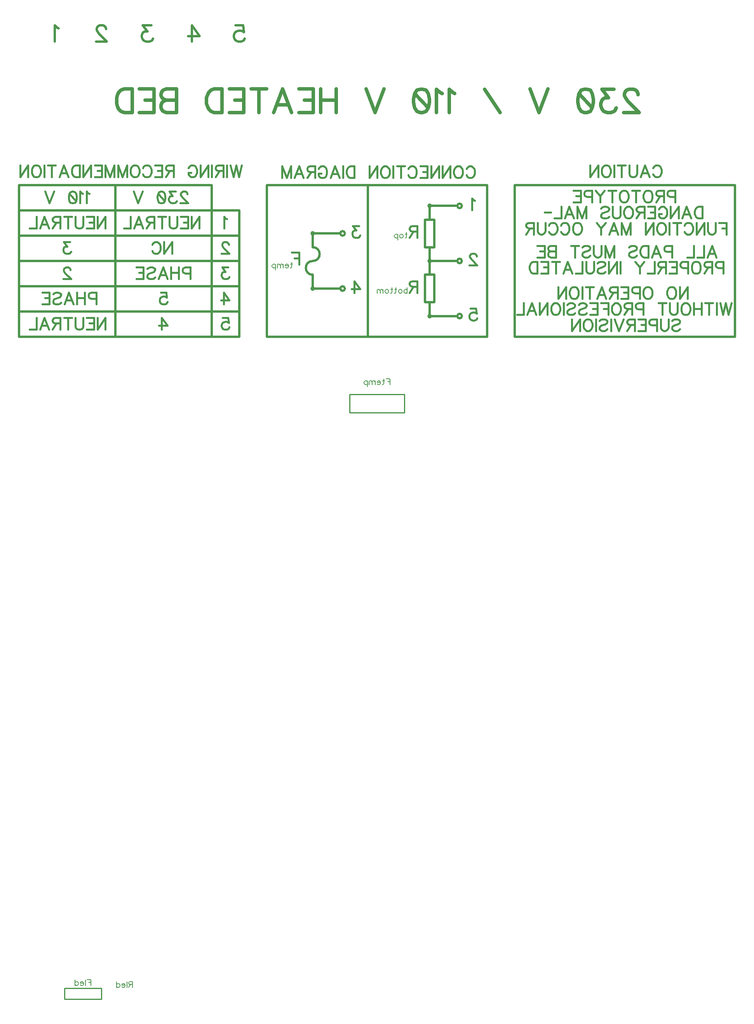
<source format=gbo>
G04 DipTrace 2.4.0.2*
%INBOTTOM_SILK.GBO*%
%MOIN*%
%ADD10C,0.0098*%
%ADD15C,0.0197*%
%ADD16C,0.0394*%
%ADD17C,0.0*%
%ADD37C,0.0077*%
%ADD38C,0.0309*%
%ADD39C,0.0216*%
%ADD40C,0.0154*%
%FSLAX44Y44*%
G04*
G70*
G90*
G75*
G01*
%LNBotSilk*%
%LPD*%
X22413Y4854D2*
D10*
X19263D1*
Y5783D1*
X22413D1*
Y4854D1*
X48428Y55121D2*
X43704D1*
Y56696D1*
X48428D1*
Y55121D1*
X30060Y62466D2*
D17*
X57877Y74609D2*
D15*
X76775D1*
Y61617D1*
X57877D1*
Y74609D1*
X50200Y71657D2*
X50987D1*
Y69294D1*
X50200D1*
Y71657D1*
Y66932D2*
X50987D1*
Y64570D1*
X50200D1*
Y66932D1*
X50594Y71657D2*
Y72838D1*
X52956D1*
X50594Y69294D2*
Y66932D1*
Y68113D2*
X52956D1*
X50594Y64570D2*
Y63389D1*
X52956D1*
Y72838D2*
G02X52956Y72838I197J0D01*
G01*
Y68113D2*
G02X52956Y68113I197J0D01*
G01*
D16*
X50594D3*
X52956Y63389D2*
D15*
G02X52956Y63389I197J0D01*
G01*
X40554Y66932D2*
Y65751D1*
X42917D1*
X45279Y74609D2*
X55515D1*
Y61617D1*
X45279D1*
Y74609D1*
X42917Y70476D2*
G02X42917Y70476I197J0D01*
G01*
D16*
X40554D3*
Y69294D2*
D15*
G02X40554Y68113I0J-591D01*
G01*
G03X40554Y66932I0J-591D01*
G01*
D16*
X50594Y63389D3*
Y72838D3*
X42917Y65751D2*
D15*
G02X42917Y65751I197J0D01*
G01*
D16*
X40554D3*
X23625Y74609D2*
D15*
X31893D1*
Y72444D1*
X23625D1*
Y74609D1*
X15357D2*
X23625D1*
Y72444D1*
X15357D1*
Y74609D1*
X31893Y72444D2*
X34255D1*
Y70279D1*
X31893D1*
Y72444D1*
Y70279D2*
X34255D1*
Y68113D1*
X31893D1*
Y70279D1*
Y68113D2*
X34255D1*
Y65948D1*
X31893D1*
Y68113D1*
Y65948D2*
X34255D1*
Y63783D1*
X31893D1*
Y65948D1*
Y63783D2*
X34255D1*
Y61617D1*
X31893D1*
Y63783D1*
X23625Y72444D2*
X31893D1*
Y70279D1*
X23625D1*
Y72444D1*
X15357D2*
X23625D1*
Y70279D1*
X15357D1*
Y72444D1*
X23625Y70279D2*
X31893D1*
Y68113D1*
X23625D1*
Y70279D1*
X15357D2*
X23625D1*
Y68113D1*
X15357D1*
Y70279D1*
X23625Y68113D2*
X31893D1*
Y65948D1*
X23625D1*
Y68113D1*
X15357D2*
X23625D1*
Y65948D1*
X15357D1*
Y68113D1*
X23625Y65948D2*
X31893D1*
Y63783D1*
X23625D1*
Y65948D1*
X15357D2*
X23625D1*
Y63783D1*
X15357D1*
Y65948D1*
X23625Y63783D2*
X31893D1*
Y61617D1*
X23625D1*
Y63783D1*
X15357D2*
X23625D1*
Y61617D1*
X15357D1*
Y63783D1*
X40554Y69294D2*
Y70476D1*
X42917D1*
X36617Y74609D2*
X45279D1*
Y61617D1*
X36617D1*
Y74609D1*
X21201Y6515D2*
D37*
X21512D1*
Y6013D1*
Y6276D2*
X21321D1*
X21046Y6515D2*
Y6013D1*
X20892Y6204D2*
X20605D1*
Y6252D1*
X20629Y6300D1*
X20653Y6324D1*
X20701Y6347D1*
X20772D1*
X20820Y6324D1*
X20868Y6276D1*
X20892Y6204D1*
Y6156D1*
X20868Y6084D1*
X20820Y6037D1*
X20772Y6013D1*
X20701D1*
X20653Y6037D1*
X20605Y6084D1*
X20164Y6515D2*
Y6013D1*
Y6276D2*
X20211Y6324D1*
X20259Y6347D1*
X20331D1*
X20379Y6324D1*
X20427Y6276D1*
X20451Y6204D1*
Y6156D1*
X20427Y6084D1*
X20379Y6037D1*
X20331Y6013D1*
X20259D1*
X20211Y6037D1*
X20164Y6084D1*
X46865Y58019D2*
X47177D1*
Y57516D1*
Y57780D2*
X46985D1*
X46639Y58019D2*
Y57612D1*
X46615Y57541D1*
X46567Y57516D1*
X46520D1*
X46711Y57851D2*
X46544D1*
X46365Y57708D2*
X46079D1*
Y57756D1*
X46102Y57804D1*
X46126Y57828D1*
X46174Y57851D1*
X46246D1*
X46294Y57828D1*
X46342Y57780D1*
X46365Y57708D1*
Y57660D1*
X46342Y57588D1*
X46294Y57541D1*
X46246Y57516D1*
X46174D1*
X46126Y57541D1*
X46079Y57588D1*
X45924Y57851D2*
Y57516D1*
Y57756D2*
X45852Y57828D1*
X45804Y57851D1*
X45733D1*
X45685Y57828D1*
X45661Y57756D1*
Y57516D1*
Y57756D2*
X45589Y57828D1*
X45541Y57851D1*
X45470D1*
X45422Y57828D1*
X45397Y57756D1*
Y57516D1*
X45243Y57851D2*
Y57349D1*
Y57780D2*
X45195Y57827D1*
X45147Y57851D1*
X45076D1*
X45028Y57827D1*
X44980Y57780D1*
X44956Y57708D1*
Y57660D1*
X44980Y57588D1*
X45028Y57540D1*
X45076Y57516D1*
X45147D1*
X45195Y57540D1*
X45243Y57588D1*
X25099Y6106D2*
X24884D1*
X24812Y6131D1*
X24787Y6154D1*
X24764Y6202D1*
Y6250D1*
X24787Y6298D1*
X24812Y6322D1*
X24884Y6346D1*
X25099D1*
Y5843D1*
X24931Y6106D2*
X24764Y5843D1*
X24609Y6346D2*
Y5843D1*
X24455Y6034D2*
X24168D1*
Y6083D1*
X24192Y6131D1*
X24215Y6154D1*
X24264Y6178D1*
X24335D1*
X24383Y6154D1*
X24431Y6106D1*
X24455Y6034D1*
Y5987D1*
X24431Y5915D1*
X24383Y5868D1*
X24335Y5843D1*
X24264D1*
X24215Y5868D1*
X24168Y5915D1*
X23727Y6346D2*
Y5843D1*
Y6106D2*
X23774Y6154D1*
X23822Y6178D1*
X23894D1*
X23942Y6154D1*
X23990Y6106D1*
X24014Y6034D1*
Y5987D1*
X23990Y5915D1*
X23942Y5868D1*
X23894Y5843D1*
X23822D1*
X23774Y5868D1*
X23727Y5915D1*
X68444Y82387D2*
D38*
Y82482D1*
X68349Y82674D1*
X68254Y82769D1*
X68062Y82864D1*
X67679D1*
X67489Y82769D1*
X67394Y82674D1*
X67297Y82482D1*
Y82292D1*
X67394Y82099D1*
X67584Y81814D1*
X68541Y80857D1*
X67202D1*
X66392Y82864D2*
X65342D1*
X65914Y82099D1*
X65627D1*
X65437Y82004D1*
X65342Y81909D1*
X65244Y81622D1*
Y81432D1*
X65342Y81144D1*
X65532Y80952D1*
X65819Y80857D1*
X66106D1*
X66392Y80952D1*
X66487Y81049D1*
X66584Y81239D1*
X64052Y82864D2*
X64339Y82769D1*
X64532Y82482D1*
X64627Y82004D1*
Y81717D1*
X64532Y81239D1*
X64339Y80952D1*
X64052Y80857D1*
X63862D1*
X63574Y80952D1*
X63384Y81239D1*
X63287Y81717D1*
Y82004D1*
X63384Y82482D1*
X63574Y82769D1*
X63862Y82864D1*
X64052D1*
X63384Y82482D2*
X64532Y81239D1*
X60725Y82867D2*
X59960Y80857D1*
X59195Y82867D1*
X56634Y80857D2*
X55294Y82864D1*
X52733Y82482D2*
X52540Y82579D1*
X52253Y82864D1*
Y80857D1*
X51635Y82482D2*
X51443Y82579D1*
X51155Y82864D1*
Y80857D1*
X49963Y82864D2*
X50251Y82769D1*
X50443Y82482D1*
X50538Y82004D1*
Y81717D1*
X50443Y81239D1*
X50251Y80952D1*
X49963Y80857D1*
X49773D1*
X49486Y80952D1*
X49295Y81239D1*
X49198Y81717D1*
Y82004D1*
X49295Y82482D1*
X49486Y82769D1*
X49773Y82864D1*
X49963D1*
X49295Y82482D2*
X50443Y81239D1*
X46637Y82867D2*
X45872Y80857D1*
X45107Y82867D1*
X42545D2*
Y80857D1*
X41205Y82867D2*
Y80857D1*
X42545Y81909D2*
X41205D1*
X39345Y82867D2*
X40588D1*
Y80857D1*
X39345D1*
X40588Y81909D2*
X39823D1*
X37196Y80857D2*
X37963Y82867D1*
X38728Y80857D1*
X38440Y81527D2*
X37483D1*
X35908Y82867D2*
Y80857D1*
X36578Y82867D2*
X35238D1*
X33378D2*
X34621D1*
Y80857D1*
X33378D1*
X34621Y81909D2*
X33856D1*
X32761Y82867D2*
Y80857D1*
X32091D1*
X31804Y80954D1*
X31611Y81144D1*
X31516Y81337D1*
X31421Y81622D1*
Y82102D1*
X31516Y82389D1*
X31611Y82579D1*
X31804Y82771D1*
X32091Y82867D1*
X32761D1*
X28859D2*
Y80857D1*
X27997D1*
X27710Y80954D1*
X27615Y81049D1*
X27520Y81239D1*
Y81527D1*
X27615Y81719D1*
X27710Y81814D1*
X27997Y81909D1*
X27710Y82007D1*
X27615Y82102D1*
X27520Y82292D1*
Y82484D1*
X27615Y82674D1*
X27710Y82771D1*
X27997Y82867D1*
X28859D1*
Y81909D2*
X27997D1*
X25660Y82867D2*
X26902D1*
Y80857D1*
X25660D1*
X26902Y81909D2*
X26137D1*
X25042Y82867D2*
Y80857D1*
X24372D1*
X24085Y80954D1*
X23893Y81144D1*
X23797Y81337D1*
X23702Y81622D1*
Y82102D1*
X23797Y82389D1*
X23893Y82579D1*
X24085Y82771D1*
X24372Y82867D1*
X25042D1*
X18754Y88039D2*
D39*
X18619Y88107D1*
X18418Y88306D1*
Y86901D1*
X22831Y87972D2*
Y88039D1*
X22765Y88173D1*
X22698Y88240D1*
X22564Y88306D1*
X22296D1*
X22163Y88240D1*
X22096Y88173D1*
X22028Y88039D1*
Y87905D1*
X22096Y87771D1*
X22229Y87571D1*
X22899Y86901D1*
X21962D1*
X26702Y88306D2*
X25967D1*
X26368Y87771D1*
X26166D1*
X26033Y87704D1*
X25967Y87638D1*
X25899Y87437D1*
Y87303D1*
X25967Y87102D1*
X26100Y86968D1*
X26301Y86901D1*
X26502D1*
X26702Y86968D1*
X26768Y87036D1*
X26836Y87169D1*
X30170Y86901D2*
Y88306D1*
X30840Y87370D1*
X29836D1*
X33907Y88306D2*
X34576D1*
X34642Y87704D1*
X34576Y87771D1*
X34375Y87839D1*
X34175D1*
X33974Y87771D1*
X33839Y87638D1*
X33773Y87437D1*
Y87303D1*
X33839Y87102D1*
X33974Y86968D1*
X34175Y86901D1*
X34375D1*
X34576Y86968D1*
X34642Y87036D1*
X34710Y87169D1*
X33194Y71716D2*
D40*
X33097Y71764D1*
X32954Y71907D1*
Y70903D1*
X48592Y70580D2*
D37*
Y70173D1*
X48568Y70102D1*
X48520Y70078D1*
X48473D1*
X48664Y70413D2*
X48496D1*
X48199D2*
X48246Y70389D1*
X48294Y70341D1*
X48318Y70269D1*
Y70221D1*
X48294Y70149D1*
X48246Y70102D1*
X48199Y70078D1*
X48127D1*
X48079Y70102D1*
X48031Y70149D1*
X48007Y70221D1*
Y70269D1*
X48031Y70341D1*
X48079Y70389D1*
X48127Y70413D1*
X48199D1*
X47853D2*
Y69910D1*
Y70341D2*
X47805Y70388D1*
X47757Y70413D1*
X47685D1*
X47637Y70388D1*
X47590Y70341D1*
X47565Y70269D1*
Y70221D1*
X47590Y70149D1*
X47637Y70101D1*
X47685Y70078D1*
X47757D1*
X47805Y70101D1*
X47853Y70149D1*
X54454Y73291D2*
D40*
X54357Y73339D1*
X54214Y73482D1*
Y72478D1*
X54602Y68519D2*
Y68566D1*
X54554Y68662D1*
X54507Y68710D1*
X54410Y68757D1*
X54219D1*
X54124Y68710D1*
X54077Y68662D1*
X54028Y68566D1*
Y68471D1*
X54077Y68375D1*
X54172Y68232D1*
X54650Y67754D1*
X53980D1*
X54077Y64033D2*
X54554D1*
X54602Y63603D1*
X54554Y63650D1*
X54410Y63699D1*
X54268D1*
X54124Y63650D1*
X54028Y63555D1*
X53980Y63412D1*
Y63317D1*
X54028Y63173D1*
X54124Y63077D1*
X54268Y63029D1*
X54410D1*
X54554Y63077D1*
X54602Y63125D1*
X54650Y63220D1*
X44515Y71120D2*
X43990D1*
X44276Y70737D1*
X44132D1*
X44037Y70690D1*
X43990Y70642D1*
X43941Y70498D1*
Y70403D1*
X43990Y70260D1*
X44085Y70163D1*
X44229Y70116D1*
X44372D1*
X44515Y70163D1*
X44562Y70212D1*
X44611Y70307D1*
X44132Y65391D2*
Y66395D1*
X44611Y65726D1*
X43894D1*
X33342Y69503D2*
Y69550D1*
X33294Y69647D1*
X33247Y69694D1*
X33151Y69742D1*
X32959D1*
X32864Y69694D1*
X32817Y69647D1*
X32768Y69550D1*
Y69455D1*
X32817Y69359D1*
X32912Y69217D1*
X33391Y68738D1*
X32721D1*
X33294Y67576D2*
X32769D1*
X33056Y67194D1*
X32912D1*
X32817Y67146D1*
X32769Y67099D1*
X32721Y66955D1*
Y66860D1*
X32769Y66716D1*
X32864Y66620D1*
X33008Y66573D1*
X33152D1*
X33294Y66620D1*
X33342Y66669D1*
X33391Y66764D1*
X32912Y64407D2*
Y65411D1*
X33391Y64742D1*
X32673D1*
X32817Y63246D2*
X33294D1*
X33342Y62816D1*
X33294Y62863D1*
X33151Y62912D1*
X33008D1*
X32864Y62863D1*
X32768Y62768D1*
X32721Y62624D1*
Y62529D1*
X32768Y62386D1*
X32864Y62289D1*
X33008Y62242D1*
X33151D1*
X33294Y62289D1*
X33342Y62338D1*
X33391Y62433D1*
X30162Y71908D2*
Y70903D1*
X30831Y71908D1*
Y70903D1*
X29232Y71908D2*
X29853D1*
Y70903D1*
X29232D1*
X29853Y71429D2*
X29470D1*
X28923Y71908D2*
Y71191D1*
X28875Y71047D1*
X28779Y70952D1*
X28635Y70903D1*
X28540D1*
X28397Y70952D1*
X28300Y71047D1*
X28253Y71191D1*
Y71908D1*
X27609D2*
Y70903D1*
X27944Y71908D2*
X27274D1*
X26965Y71429D2*
X26535D1*
X26392Y71478D1*
X26343Y71526D1*
X26296Y71621D1*
Y71717D1*
X26343Y71812D1*
X26392Y71861D1*
X26535Y71908D1*
X26965D1*
Y70903D1*
X26631Y71429D2*
X26296Y70903D1*
X25221D2*
X25604Y71908D1*
X25987Y70903D1*
X25843Y71238D2*
X25365D1*
X24912Y71908D2*
Y70903D1*
X24338D1*
X30044Y67051D2*
X29613D1*
X29470Y67099D1*
X29422Y67147D1*
X29374Y67242D1*
Y67386D1*
X29422Y67481D1*
X29470Y67530D1*
X29613Y67577D1*
X30044D1*
Y66573D1*
X29065Y67577D2*
Y66573D1*
X28396Y67577D2*
Y66573D1*
X29065Y67099D2*
X28396D1*
X27321Y66573D2*
X27704Y67577D1*
X28087Y66573D1*
X27943Y66907D2*
X27464D1*
X26342Y67434D2*
X26437Y67530D1*
X26581Y67577D1*
X26772D1*
X26916Y67530D1*
X27012Y67434D1*
Y67339D1*
X26963Y67242D1*
X26916Y67195D1*
X26821Y67147D1*
X26533Y67051D1*
X26437Y67004D1*
X26390Y66955D1*
X26342Y66860D1*
Y66716D1*
X26437Y66621D1*
X26581Y66573D1*
X26772D1*
X26916Y66621D1*
X27012Y66716D1*
X25412Y67577D2*
X26033D1*
Y66573D1*
X25412D1*
X26033Y67099D2*
X25651D1*
X29799Y73834D2*
Y73881D1*
X29751Y73977D1*
X29704Y74025D1*
X29607Y74072D1*
X29416D1*
X29321Y74025D1*
X29274Y73977D1*
X29225Y73881D1*
Y73786D1*
X29274Y73690D1*
X29369Y73547D1*
X29847Y73069D1*
X29177D1*
X28772Y74072D2*
X28247D1*
X28534Y73690D1*
X28390D1*
X28295Y73642D1*
X28247Y73595D1*
X28199Y73451D1*
Y73356D1*
X28247Y73212D1*
X28342Y73116D1*
X28486Y73069D1*
X28630D1*
X28772Y73116D1*
X28820Y73165D1*
X28869Y73260D1*
X27603Y74072D2*
X27746Y74025D1*
X27842Y73881D1*
X27890Y73642D1*
Y73499D1*
X27842Y73260D1*
X27746Y73116D1*
X27603Y73069D1*
X27507D1*
X27364Y73116D1*
X27269Y73260D1*
X27220Y73499D1*
Y73642D1*
X27269Y73881D1*
X27364Y74025D1*
X27507Y74072D1*
X27603D1*
X27269Y73881D2*
X27842Y73260D1*
X25939Y74073D2*
X25557Y73069D1*
X25174Y74073D1*
X21383Y73881D2*
X21286Y73930D1*
X21143Y74072D1*
Y73069D1*
X20834Y73881D2*
X20738Y73930D1*
X20594Y74072D1*
Y73069D1*
X19998Y74072D2*
X20142Y74025D1*
X20238Y73881D1*
X20285Y73642D1*
Y73499D1*
X20238Y73260D1*
X20142Y73116D1*
X19998Y73069D1*
X19903D1*
X19759Y73116D1*
X19664Y73260D1*
X19615Y73499D1*
Y73642D1*
X19664Y73881D1*
X19759Y74025D1*
X19903Y74072D1*
X19998D1*
X19664Y73881D2*
X20238Y73260D1*
X18335Y74073D2*
X17952Y73069D1*
X17570Y74073D1*
X22091Y63247D2*
Y62242D1*
X22761Y63247D1*
Y62242D1*
X21161Y63247D2*
X21782D1*
Y62242D1*
X21161D1*
X21782Y62768D2*
X21399D1*
X20852Y63247D2*
Y62529D1*
X20804Y62386D1*
X20708Y62290D1*
X20565Y62242D1*
X20469D1*
X20326Y62290D1*
X20230Y62386D1*
X20182Y62529D1*
Y63247D1*
X19538D2*
Y62242D1*
X19873Y63247D2*
X19203D1*
X18895Y62768D2*
X18465D1*
X18321Y62817D1*
X18272Y62864D1*
X18225Y62959D1*
Y63055D1*
X18272Y63150D1*
X18321Y63199D1*
X18465Y63247D1*
X18895D1*
Y62242D1*
X18560Y62768D2*
X18225Y62242D1*
X17150D2*
X17534Y63247D1*
X17916Y62242D1*
X17772Y62577D2*
X17294D1*
X16841Y63247D2*
Y62242D1*
X16267D1*
X27502Y65411D2*
X27979D1*
X28027Y64981D1*
X27979Y65028D1*
X27836Y65077D1*
X27693D1*
X27549Y65028D1*
X27453Y64933D1*
X27406Y64790D1*
Y64695D1*
X27453Y64551D1*
X27549Y64455D1*
X27693Y64407D1*
X27836D1*
X27979Y64455D1*
X28027Y64503D1*
X28076Y64598D1*
X27799Y69743D2*
Y68738D1*
X28469Y69743D1*
Y68738D1*
X26773Y69504D2*
X26821Y69599D1*
X26917Y69695D1*
X27012Y69743D1*
X27203D1*
X27299Y69695D1*
X27394Y69599D1*
X27443Y69504D1*
X27491Y69360D1*
Y69120D1*
X27443Y68978D1*
X27394Y68882D1*
X27299Y68787D1*
X27203Y68738D1*
X27012D1*
X26917Y68787D1*
X26821Y68882D1*
X26773Y68978D1*
X22091Y71908D2*
Y70903D1*
X22761Y71908D1*
Y70903D1*
X21161Y71908D2*
X21782D1*
Y70903D1*
X21161D1*
X21782Y71429D2*
X21399D1*
X20852Y71908D2*
Y71191D1*
X20804Y71047D1*
X20708Y70952D1*
X20565Y70903D1*
X20469D1*
X20326Y70952D1*
X20230Y71047D1*
X20182Y71191D1*
Y71908D1*
X19538D2*
Y70903D1*
X19873Y71908D2*
X19203D1*
X18895Y71429D2*
X18465D1*
X18321Y71478D1*
X18272Y71526D1*
X18225Y71621D1*
Y71717D1*
X18272Y71812D1*
X18321Y71861D1*
X18465Y71908D1*
X18895D1*
Y70903D1*
X18560Y71429D2*
X18225Y70903D1*
X17150D2*
X17534Y71908D1*
X17916Y70903D1*
X17772Y71238D2*
X17294D1*
X16841Y71908D2*
Y70903D1*
X16267D1*
X19712Y69742D2*
X19187D1*
X19473Y69359D1*
X19329D1*
X19234Y69312D1*
X19187Y69264D1*
X19138Y69120D1*
Y69025D1*
X19187Y68882D1*
X19282Y68785D1*
X19425Y68738D1*
X19569D1*
X19712Y68785D1*
X19759Y68834D1*
X19808Y68929D1*
X21973Y64886D2*
X21542D1*
X21399Y64933D1*
X21351Y64982D1*
X21303Y65077D1*
Y65221D1*
X21351Y65316D1*
X21399Y65364D1*
X21542Y65412D1*
X21973D1*
Y64407D1*
X20995Y65412D2*
Y64407D1*
X20325Y65412D2*
Y64407D1*
X20995Y64933D2*
X20325D1*
X19250Y64407D2*
X19633Y65412D1*
X20016Y64407D1*
X19872Y64742D2*
X19394D1*
X18271Y65268D2*
X18366Y65364D1*
X18510Y65412D1*
X18701D1*
X18845Y65364D1*
X18941Y65268D1*
Y65173D1*
X18892Y65077D1*
X18845Y65030D1*
X18750Y64982D1*
X18462Y64886D1*
X18366Y64838D1*
X18319Y64790D1*
X18271Y64695D1*
Y64551D1*
X18366Y64456D1*
X18510Y64407D1*
X18701D1*
X18845Y64456D1*
X18941Y64551D1*
X17341Y65412D2*
X17962D1*
Y64407D1*
X17341D1*
X17962Y64933D2*
X17580D1*
X34452Y76316D2*
X34212Y75311D1*
X33973Y76316D1*
X33735Y75311D1*
X33495Y76316D1*
X33186D2*
Y75311D1*
X32877Y75837D2*
X32447D1*
X32303Y75886D1*
X32255Y75934D1*
X32207Y76029D1*
Y76125D1*
X32255Y76220D1*
X32303Y76268D1*
X32447Y76316D1*
X32877D1*
Y75311D1*
X32542Y75837D2*
X32207Y75311D1*
X31898Y76316D2*
Y75311D1*
X30920Y76316D2*
Y75311D1*
X31590Y76316D1*
Y75311D1*
X29894Y76077D2*
X29941Y76172D1*
X30037Y76268D1*
X30132Y76316D1*
X30324D1*
X30420Y76268D1*
X30515Y76172D1*
X30564Y76077D1*
X30611Y75934D1*
Y75694D1*
X30564Y75551D1*
X30515Y75455D1*
X30420Y75360D1*
X30324Y75311D1*
X30132D1*
X30037Y75360D1*
X29941Y75455D1*
X29894Y75551D1*
Y75694D1*
X30132D1*
X28613Y75837D2*
X28183D1*
X28039Y75886D1*
X27991Y75934D1*
X27943Y76029D1*
Y76125D1*
X27991Y76220D1*
X28039Y76268D1*
X28183Y76316D1*
X28613D1*
Y75311D1*
X28278Y75837D2*
X27943Y75311D1*
X27013Y76316D2*
X27634D1*
Y75311D1*
X27013D1*
X27634Y75837D2*
X27252D1*
X25987Y76077D2*
X26034Y76172D1*
X26130Y76268D1*
X26226Y76316D1*
X26417D1*
X26513Y76268D1*
X26608Y76172D1*
X26657Y76077D1*
X26704Y75934D1*
Y75694D1*
X26657Y75551D1*
X26608Y75455D1*
X26513Y75360D1*
X26417Y75311D1*
X26226D1*
X26130Y75360D1*
X26034Y75455D1*
X25987Y75551D1*
X25391Y76316D2*
X25487Y76268D1*
X25582Y76172D1*
X25630Y76077D1*
X25678Y75934D1*
Y75694D1*
X25630Y75551D1*
X25582Y75455D1*
X25487Y75360D1*
X25391Y75311D1*
X25199D1*
X25104Y75360D1*
X25008Y75455D1*
X24961Y75551D1*
X24913Y75694D1*
Y75934D1*
X24961Y76077D1*
X25008Y76172D1*
X25104Y76268D1*
X25199Y76316D1*
X25391D1*
X23839Y75311D2*
Y76316D1*
X24222Y75311D1*
X24604Y76316D1*
Y75311D1*
X22766D2*
Y76316D1*
X23148Y75311D1*
X23531Y76316D1*
Y75311D1*
X21836Y76316D2*
X22457D1*
Y75311D1*
X21836D1*
X22457Y75837D2*
X22074D1*
X20857Y76316D2*
Y75311D1*
X21527Y76316D1*
Y75311D1*
X20548Y76316D2*
Y75311D1*
X20213D1*
X20070Y75360D1*
X19973Y75455D1*
X19926Y75551D1*
X19878Y75694D1*
Y75934D1*
X19926Y76077D1*
X19973Y76172D1*
X20070Y76268D1*
X20213Y76316D1*
X20548D1*
X18803Y75311D2*
X19187Y76316D1*
X19570Y75311D1*
X19426Y75646D2*
X18947D1*
X18160Y76316D2*
Y75311D1*
X18495Y76316D2*
X17825D1*
X17516D2*
Y75311D1*
X16920Y76316D2*
X17016Y76268D1*
X17111Y76172D1*
X17160Y76077D1*
X17207Y75934D1*
Y75694D1*
X17160Y75551D1*
X17111Y75455D1*
X17016Y75360D1*
X16920Y75311D1*
X16729D1*
X16634Y75360D1*
X16537Y75455D1*
X16490Y75551D1*
X16442Y75694D1*
Y75934D1*
X16490Y76077D1*
X16537Y76172D1*
X16634Y76268D1*
X16729Y76316D1*
X16920D1*
X15464D2*
Y75311D1*
X16134Y76316D1*
Y75311D1*
X53736Y76000D2*
X53784Y76095D1*
X53880Y76191D1*
X53975Y76239D1*
X54166D1*
X54262Y76191D1*
X54357Y76095D1*
X54406Y76000D1*
X54454Y75856D1*
Y75616D1*
X54406Y75474D1*
X54357Y75378D1*
X54262Y75283D1*
X54166Y75234D1*
X53975D1*
X53880Y75283D1*
X53784Y75378D1*
X53736Y75474D1*
X53140Y76239D2*
X53236Y76191D1*
X53331Y76095D1*
X53380Y76000D1*
X53427Y75856D1*
Y75616D1*
X53380Y75474D1*
X53331Y75378D1*
X53236Y75283D1*
X53140Y75234D1*
X52949D1*
X52854Y75283D1*
X52757Y75378D1*
X52710Y75474D1*
X52662Y75616D1*
Y75856D1*
X52710Y76000D1*
X52757Y76095D1*
X52854Y76191D1*
X52949Y76239D1*
X53140D1*
X51684D2*
Y75234D1*
X52354Y76239D1*
Y75234D1*
X50705Y76239D2*
Y75234D1*
X51375Y76239D1*
Y75234D1*
X49775Y76239D2*
X50396D1*
Y75234D1*
X49775D1*
X50396Y75760D2*
X50014D1*
X48749Y76000D2*
X48796Y76095D1*
X48893Y76191D1*
X48988Y76239D1*
X49179D1*
X49275Y76191D1*
X49370Y76095D1*
X49419Y76000D1*
X49466Y75856D1*
Y75616D1*
X49419Y75474D1*
X49370Y75378D1*
X49275Y75283D1*
X49179Y75234D1*
X48988D1*
X48893Y75283D1*
X48796Y75378D1*
X48749Y75474D1*
X48105Y76239D2*
Y75234D1*
X48440Y76239D2*
X47770D1*
X47461D2*
Y75234D1*
X46865Y76239D2*
X46961Y76191D1*
X47057Y76095D1*
X47105Y76000D1*
X47153Y75856D1*
Y75616D1*
X47105Y75474D1*
X47057Y75378D1*
X46961Y75283D1*
X46865Y75234D1*
X46674D1*
X46579Y75283D1*
X46483Y75378D1*
X46435Y75474D1*
X46388Y75616D1*
Y75856D1*
X46435Y76000D1*
X46483Y76095D1*
X46579Y76191D1*
X46674Y76239D1*
X46865D1*
X45409D2*
Y75234D1*
X46079Y76239D1*
Y75234D1*
X44128Y76239D2*
Y75234D1*
X43793D1*
X43650Y75283D1*
X43553Y75378D1*
X43506Y75474D1*
X43458Y75616D1*
Y75856D1*
X43506Y76000D1*
X43553Y76095D1*
X43650Y76191D1*
X43793Y76239D1*
X44128D1*
X43150D2*
Y75234D1*
X42075D2*
X42458Y76239D1*
X42841Y75234D1*
X42697Y75569D2*
X42219D1*
X41049Y76000D2*
X41096Y76095D1*
X41192Y76191D1*
X41287Y76239D1*
X41479D1*
X41575Y76191D1*
X41670Y76095D1*
X41719Y76000D1*
X41766Y75856D1*
Y75616D1*
X41719Y75474D1*
X41670Y75378D1*
X41575Y75283D1*
X41479Y75234D1*
X41287D1*
X41192Y75283D1*
X41096Y75378D1*
X41049Y75474D1*
Y75616D1*
X41287D1*
X40740Y75760D2*
X40310D1*
X40166Y75809D1*
X40118Y75856D1*
X40070Y75951D1*
Y76048D1*
X40118Y76143D1*
X40166Y76191D1*
X40310Y76239D1*
X40740D1*
Y75234D1*
X40405Y75760D2*
X40070Y75234D1*
X38995D2*
X39379Y76239D1*
X39761Y75234D1*
X39617Y75569D2*
X39139D1*
X37921Y75234D2*
Y76239D1*
X38304Y75234D1*
X38686Y76239D1*
Y75234D1*
X49532Y70642D2*
X49102D1*
X48959Y70691D1*
X48910Y70738D1*
X48862Y70833D1*
Y70929D1*
X48910Y71024D1*
X48959Y71073D1*
X49102Y71121D1*
X49532D1*
Y70116D1*
X49197Y70642D2*
X48862Y70116D1*
X49532Y65918D2*
X49102D1*
X48959Y65966D1*
X48910Y66014D1*
X48862Y66109D1*
Y66205D1*
X48910Y66300D1*
X48959Y66349D1*
X49102Y66396D1*
X49532D1*
Y65391D1*
X49197Y65918D2*
X48862Y65391D1*
X48664Y65856D2*
D37*
Y65353D1*
Y65616D2*
X48616Y65664D1*
X48568Y65688D1*
X48496D1*
X48449Y65664D1*
X48401Y65616D1*
X48377Y65544D1*
Y65497D1*
X48401Y65425D1*
X48449Y65378D1*
X48496Y65353D1*
X48568D1*
X48616Y65378D1*
X48664Y65425D1*
X48103Y65688D2*
X48151Y65664D1*
X48199Y65616D1*
X48223Y65544D1*
Y65497D1*
X48199Y65425D1*
X48151Y65378D1*
X48103Y65353D1*
X48031D1*
X47983Y65378D1*
X47936Y65425D1*
X47911Y65497D1*
Y65544D1*
X47936Y65616D1*
X47983Y65664D1*
X48031Y65688D1*
X48103D1*
X47685Y65856D2*
Y65449D1*
X47661Y65378D1*
X47613Y65353D1*
X47566D1*
X47757Y65688D2*
X47590D1*
X47340Y65856D2*
Y65449D1*
X47316Y65378D1*
X47268Y65353D1*
X47220D1*
X47411Y65688D2*
X47244D1*
X46946D2*
X46994Y65664D1*
X47042Y65616D1*
X47066Y65544D1*
Y65497D1*
X47042Y65425D1*
X46994Y65378D1*
X46946Y65353D1*
X46875D1*
X46826Y65378D1*
X46779Y65425D1*
X46755Y65497D1*
Y65544D1*
X46779Y65616D1*
X46826Y65664D1*
X46875Y65688D1*
X46946D1*
X46600D2*
Y65353D1*
Y65593D2*
X46528Y65664D1*
X46480Y65688D1*
X46409D1*
X46361Y65664D1*
X46337Y65593D1*
Y65353D1*
Y65593D2*
X46265Y65664D1*
X46217Y65688D1*
X46146D1*
X46098Y65664D1*
X46073Y65593D1*
Y65353D1*
X38751Y68836D2*
D40*
X39373D1*
Y67831D1*
Y68357D2*
X38991D1*
X38749Y68021D2*
D37*
Y67614D1*
X38726Y67543D1*
X38678Y67519D1*
X38630D1*
X38821Y67854D2*
X38654D1*
X38476Y67710D2*
X38189D1*
Y67758D1*
X38213Y67806D1*
X38236Y67830D1*
X38284Y67854D1*
X38356D1*
X38404Y67830D1*
X38452Y67782D1*
X38476Y67710D1*
Y67662D1*
X38452Y67590D1*
X38404Y67543D1*
X38356Y67519D1*
X38284D1*
X38236Y67543D1*
X38189Y67590D1*
X38034Y67854D2*
Y67519D1*
Y67758D2*
X37963Y67830D1*
X37914Y67854D1*
X37843D1*
X37795Y67830D1*
X37771Y67758D1*
Y67519D1*
Y67758D2*
X37699Y67830D1*
X37651Y67854D1*
X37580D1*
X37532Y67830D1*
X37508Y67758D1*
Y67519D1*
X37353Y67854D2*
Y67351D1*
Y67782D2*
X37305Y67829D1*
X37258Y67854D1*
X37186D1*
X37138Y67829D1*
X37090Y67782D1*
X37066Y67710D1*
Y67662D1*
X37090Y67590D1*
X37138Y67542D1*
X37186Y67519D1*
X37258D1*
X37305Y67542D1*
X37353Y67590D1*
X69758Y76077D2*
D40*
X69806Y76172D1*
X69902Y76268D1*
X69997Y76316D1*
X70188D1*
X70284Y76268D1*
X70379Y76172D1*
X70428Y76077D1*
X70476Y75934D1*
Y75694D1*
X70428Y75551D1*
X70379Y75455D1*
X70284Y75360D1*
X70188Y75311D1*
X69997D1*
X69902Y75360D1*
X69806Y75455D1*
X69758Y75551D1*
X68683Y75311D2*
X69067Y76316D1*
X69449Y75311D1*
X69306Y75646D2*
X68827D1*
X68375Y76316D2*
Y75599D1*
X68327Y75455D1*
X68231Y75360D1*
X68087Y75311D1*
X67992D1*
X67848Y75360D1*
X67752Y75455D1*
X67705Y75599D1*
Y76316D1*
X67061D2*
Y75311D1*
X67396Y76316D2*
X66726D1*
X66417D2*
Y75311D1*
X65821Y76316D2*
X65917Y76268D1*
X66012Y76172D1*
X66061Y76077D1*
X66108Y75934D1*
Y75694D1*
X66061Y75551D1*
X66012Y75455D1*
X65917Y75360D1*
X65821Y75311D1*
X65630D1*
X65535Y75360D1*
X65439Y75455D1*
X65391Y75551D1*
X65344Y75694D1*
Y75934D1*
X65391Y76077D1*
X65439Y76172D1*
X65535Y76268D1*
X65630Y76316D1*
X65821D1*
X64365D2*
Y75311D1*
X65035Y76316D1*
Y75311D1*
X74434Y68421D2*
X74818Y69426D1*
X75200Y68421D1*
X75056Y68756D2*
X74578D1*
X74125Y69426D2*
Y68421D1*
X73551D1*
X73243Y69426D2*
Y68421D1*
X72669D1*
X71388Y68900D2*
X70957D1*
X70814Y68948D1*
X70766Y68996D1*
X70718Y69091D1*
Y69235D1*
X70766Y69330D1*
X70814Y69379D1*
X70957Y69426D1*
X71388D1*
Y68421D1*
X69644D2*
X70027Y69426D1*
X70410Y68421D1*
X70266Y68756D2*
X69787D1*
X69335Y69426D2*
Y68421D1*
X69000D1*
X68856Y68470D1*
X68760Y68565D1*
X68712Y68661D1*
X68665Y68804D1*
Y69044D1*
X68712Y69187D1*
X68760Y69283D1*
X68856Y69379D1*
X69000Y69426D1*
X69335D1*
X67686Y69283D2*
X67781Y69379D1*
X67925Y69426D1*
X68116D1*
X68260Y69379D1*
X68356Y69283D1*
Y69187D1*
X68307Y69091D1*
X68260Y69044D1*
X68165Y68996D1*
X67877Y68900D1*
X67781Y68853D1*
X67734Y68804D1*
X67686Y68709D1*
Y68565D1*
X67781Y68470D1*
X67925Y68421D1*
X68116D1*
X68260Y68470D1*
X68356Y68565D1*
X65640Y68421D2*
Y69426D1*
X66023Y68421D1*
X66405Y69426D1*
Y68421D1*
X65332Y69426D2*
Y68709D1*
X65284Y68565D1*
X65188Y68470D1*
X65044Y68421D1*
X64949D1*
X64806Y68470D1*
X64709Y68565D1*
X64662Y68709D1*
Y69426D1*
X63683Y69283D2*
X63778Y69379D1*
X63922Y69426D1*
X64113D1*
X64257Y69379D1*
X64353Y69283D1*
Y69187D1*
X64304Y69091D1*
X64257Y69044D1*
X64162Y68996D1*
X63874Y68900D1*
X63778Y68853D1*
X63731Y68804D1*
X63683Y68709D1*
Y68565D1*
X63778Y68470D1*
X63922Y68421D1*
X64113D1*
X64257Y68470D1*
X64353Y68565D1*
X63039Y69426D2*
Y68421D1*
X63374Y69426D2*
X62705D1*
X61424D2*
Y68421D1*
X60993D1*
X60849Y68470D1*
X60801Y68518D1*
X60754Y68613D1*
Y68756D1*
X60801Y68853D1*
X60849Y68900D1*
X60993Y68948D1*
X60849Y68996D1*
X60801Y69044D1*
X60754Y69139D1*
Y69235D1*
X60801Y69330D1*
X60849Y69379D1*
X60993Y69426D1*
X61424D1*
Y68948D2*
X60993D1*
X59824Y69426D2*
X60445D1*
Y68421D1*
X59824D1*
X60445Y68948D2*
X60063D1*
X75791Y67522D2*
X75359D1*
X75217Y67570D1*
X75168Y67618D1*
X75121Y67713D1*
Y67857D1*
X75168Y67952D1*
X75217Y68001D1*
X75359Y68048D1*
X75791D1*
Y67043D1*
X74812Y67570D2*
X74382D1*
X74238Y67618D1*
X74190Y67666D1*
X74142Y67761D1*
Y67857D1*
X74190Y67952D1*
X74238Y68001D1*
X74382Y68048D1*
X74812D1*
Y67043D1*
X74477Y67570D2*
X74142Y67043D1*
X73546Y68048D2*
X73642Y68001D1*
X73737Y67905D1*
X73786Y67809D1*
X73833Y67666D1*
Y67426D1*
X73786Y67283D1*
X73737Y67187D1*
X73642Y67092D1*
X73546Y67043D1*
X73355D1*
X73260Y67092D1*
X73163Y67187D1*
X73116Y67283D1*
X73068Y67426D1*
Y67666D1*
X73116Y67809D1*
X73163Y67905D1*
X73260Y68001D1*
X73355Y68048D1*
X73546D1*
X72760Y67522D2*
X72328D1*
X72186Y67570D1*
X72137Y67618D1*
X72090Y67713D1*
Y67857D1*
X72137Y67952D1*
X72186Y68001D1*
X72328Y68048D1*
X72760D1*
Y67043D1*
X71160Y68048D2*
X71781D1*
Y67043D1*
X71160D1*
X71781Y67570D2*
X71398D1*
X70851D2*
X70421D1*
X70277Y67618D1*
X70229Y67666D1*
X70181Y67761D1*
Y67857D1*
X70229Y67952D1*
X70277Y68001D1*
X70421Y68048D1*
X70851D1*
Y67043D1*
X70516Y67570D2*
X70181Y67043D1*
X69872Y68048D2*
Y67043D1*
X69299D1*
X68990Y68048D2*
X68607Y67570D1*
Y67043D1*
X68225Y68048D2*
X68607Y67570D1*
X66944Y68048D2*
Y67043D1*
X65965Y68048D2*
Y67043D1*
X66635Y68048D1*
Y67043D1*
X64987Y67905D2*
X65082Y68001D1*
X65225Y68048D1*
X65417D1*
X65560Y68001D1*
X65657Y67905D1*
Y67809D1*
X65608Y67713D1*
X65560Y67666D1*
X65465Y67618D1*
X65178Y67522D1*
X65082Y67475D1*
X65034Y67426D1*
X64987Y67331D1*
Y67187D1*
X65082Y67092D1*
X65225Y67043D1*
X65417D1*
X65560Y67092D1*
X65657Y67187D1*
X64678Y68048D2*
Y67331D1*
X64630Y67187D1*
X64534Y67092D1*
X64391Y67043D1*
X64295D1*
X64152Y67092D1*
X64056Y67187D1*
X64008Y67331D1*
Y68048D1*
X63699D2*
Y67043D1*
X63126D1*
X62051D2*
X62434Y68048D1*
X62817Y67043D1*
X62673Y67378D2*
X62194D1*
X61407Y68048D2*
Y67043D1*
X61742Y68048D2*
X61072D1*
X60142D2*
X60763D1*
Y67043D1*
X60142D1*
X60763Y67570D2*
X60381D1*
X59833Y68048D2*
Y67043D1*
X59498D1*
X59355Y67092D1*
X59258Y67187D1*
X59211Y67283D1*
X59163Y67426D1*
Y67666D1*
X59211Y67809D1*
X59258Y67905D1*
X59355Y68001D1*
X59498Y68048D1*
X59833D1*
X71657Y73624D2*
X71226D1*
X71083Y73672D1*
X71034Y73721D1*
X70987Y73816D1*
Y73959D1*
X71034Y74054D1*
X71083Y74103D1*
X71226Y74151D1*
X71657D1*
Y73146D1*
X70678Y73672D2*
X70248D1*
X70104Y73721D1*
X70056Y73768D1*
X70008Y73863D1*
Y73959D1*
X70056Y74054D1*
X70104Y74103D1*
X70248Y74151D1*
X70678D1*
Y73146D1*
X70343Y73672D2*
X70008Y73146D1*
X69412Y74151D2*
X69508Y74103D1*
X69603Y74007D1*
X69652Y73912D1*
X69699Y73768D1*
Y73528D1*
X69652Y73386D1*
X69603Y73290D1*
X69508Y73194D1*
X69412Y73146D1*
X69221D1*
X69126Y73194D1*
X69030Y73290D1*
X68982Y73386D1*
X68934Y73528D1*
Y73768D1*
X68982Y73912D1*
X69030Y74007D1*
X69126Y74103D1*
X69221Y74151D1*
X69412D1*
X68291D2*
Y73146D1*
X68626Y74151D2*
X67956D1*
X67360D2*
X67456Y74103D1*
X67551Y74007D1*
X67599Y73912D1*
X67647Y73768D1*
Y73528D1*
X67599Y73386D1*
X67551Y73290D1*
X67456Y73194D1*
X67360Y73146D1*
X67168D1*
X67073Y73194D1*
X66977Y73290D1*
X66930Y73386D1*
X66882Y73528D1*
Y73768D1*
X66930Y73912D1*
X66977Y74007D1*
X67073Y74103D1*
X67168Y74151D1*
X67360D1*
X66238D2*
Y73146D1*
X66573Y74151D2*
X65903D1*
X65595D2*
X65212Y73672D1*
Y73146D1*
X64830Y74151D2*
X65212Y73672D1*
X64521Y73624D2*
X64090D1*
X63947Y73672D1*
X63899Y73721D1*
X63851Y73816D1*
Y73959D1*
X63899Y74054D1*
X63947Y74103D1*
X64090Y74151D1*
X64521D1*
Y73146D1*
X62921Y74151D2*
X63542D1*
Y73146D1*
X62921D1*
X63542Y73672D2*
X63160D1*
X72039Y65883D2*
Y64878D1*
X72709Y65883D1*
Y64878D1*
X71443Y65883D2*
X71539Y65835D1*
X71634Y65739D1*
X71682Y65644D1*
X71730Y65500D1*
Y65261D1*
X71682Y65118D1*
X71634Y65022D1*
X71539Y64927D1*
X71443Y64878D1*
X71251D1*
X71156Y64927D1*
X71060Y65022D1*
X71013Y65118D1*
X70965Y65261D1*
Y65500D1*
X71013Y65644D1*
X71060Y65739D1*
X71156Y65835D1*
X71251Y65883D1*
X71443D1*
X69397D2*
X69493Y65835D1*
X69588Y65739D1*
X69637Y65644D1*
X69684Y65500D1*
Y65261D1*
X69637Y65118D1*
X69588Y65022D1*
X69493Y64927D1*
X69397Y64878D1*
X69206D1*
X69110Y64927D1*
X69014Y65022D1*
X68967Y65118D1*
X68919Y65261D1*
Y65500D1*
X68967Y65644D1*
X69014Y65739D1*
X69110Y65835D1*
X69206Y65883D1*
X69397D1*
X68610Y65357D2*
X68179D1*
X68037Y65404D1*
X67988Y65453D1*
X67941Y65548D1*
Y65692D1*
X67988Y65787D1*
X68037Y65835D1*
X68179Y65883D1*
X68610D1*
Y64878D1*
X67011Y65883D2*
X67632D1*
Y64878D1*
X67011D1*
X67632Y65404D2*
X67249D1*
X66702D2*
X66272D1*
X66128Y65453D1*
X66079Y65500D1*
X66032Y65596D1*
Y65692D1*
X66079Y65787D1*
X66128Y65835D1*
X66272Y65883D1*
X66702D1*
Y64878D1*
X66367Y65404D2*
X66032Y64878D1*
X64957D2*
X65341Y65883D1*
X65723Y64878D1*
X65579Y65213D2*
X65101D1*
X64313Y65883D2*
Y64878D1*
X64648Y65883D2*
X63978D1*
X63670D2*
Y64878D1*
X63074Y65883D2*
X63170Y65835D1*
X63265Y65739D1*
X63313Y65644D1*
X63361Y65500D1*
Y65261D1*
X63313Y65118D1*
X63265Y65022D1*
X63170Y64927D1*
X63074Y64878D1*
X62882D1*
X62787Y64927D1*
X62691Y65022D1*
X62644Y65118D1*
X62596Y65261D1*
Y65500D1*
X62644Y65644D1*
X62691Y65739D1*
X62787Y65835D1*
X62882Y65883D1*
X63074D1*
X61617D2*
Y64878D1*
X62287Y65883D1*
Y64878D1*
X27597Y62242D2*
Y63246D1*
X28076Y62577D1*
X27358D1*
X19759Y67337D2*
Y67385D1*
X19712Y67481D1*
X19664Y67529D1*
X19568Y67576D1*
X19377D1*
X19282Y67529D1*
X19234Y67481D1*
X19186Y67385D1*
Y67290D1*
X19234Y67194D1*
X19329Y67051D1*
X19808Y66573D1*
X19138D1*
X73990Y72773D2*
Y71768D1*
X73655D1*
X73511Y71817D1*
X73415Y71912D1*
X73368Y72008D1*
X73320Y72150D1*
Y72390D1*
X73368Y72534D1*
X73415Y72629D1*
X73511Y72725D1*
X73655Y72773D1*
X73990D1*
X72245Y71768D2*
X72629Y72773D1*
X73011Y71768D1*
X72868Y72103D2*
X72389D1*
X71267Y72773D2*
Y71768D1*
X71936Y72773D1*
Y71768D1*
X70240Y72534D2*
X70288Y72629D1*
X70384Y72725D1*
X70479Y72773D1*
X70670D1*
X70767Y72725D1*
X70862Y72629D1*
X70910Y72534D1*
X70958Y72390D1*
Y72150D1*
X70910Y72008D1*
X70862Y71912D1*
X70767Y71817D1*
X70670Y71768D1*
X70479D1*
X70384Y71817D1*
X70288Y71912D1*
X70240Y72008D1*
Y72150D1*
X70479D1*
X69310Y72773D2*
X69932D1*
Y71768D1*
X69310D1*
X69932Y72294D2*
X69549D1*
X69002D2*
X68572D1*
X68428Y72343D1*
X68379Y72390D1*
X68332Y72485D1*
Y72581D1*
X68379Y72676D1*
X68428Y72725D1*
X68572Y72773D1*
X69002D1*
Y71768D1*
X68667Y72294D2*
X68332Y71768D1*
X67736Y72773D2*
X67832Y72725D1*
X67927Y72629D1*
X67975Y72534D1*
X68023Y72390D1*
Y72150D1*
X67975Y72008D1*
X67927Y71912D1*
X67832Y71817D1*
X67736Y71768D1*
X67544D1*
X67449Y71817D1*
X67353Y71912D1*
X67306Y72008D1*
X67258Y72150D1*
Y72390D1*
X67306Y72534D1*
X67353Y72629D1*
X67449Y72725D1*
X67544Y72773D1*
X67736D1*
X66949D2*
Y72055D1*
X66902Y71912D1*
X66806Y71817D1*
X66662Y71768D1*
X66567D1*
X66423Y71817D1*
X66327Y71912D1*
X66279Y72055D1*
Y72773D1*
X65301Y72629D2*
X65396Y72725D1*
X65540Y72773D1*
X65731D1*
X65874Y72725D1*
X65971Y72629D1*
Y72534D1*
X65922Y72438D1*
X65874Y72390D1*
X65779Y72343D1*
X65492Y72247D1*
X65396Y72199D1*
X65348Y72150D1*
X65301Y72055D1*
Y71912D1*
X65396Y71817D1*
X65540Y71768D1*
X65731D1*
X65874Y71817D1*
X65971Y71912D1*
X63255Y71768D2*
Y72773D1*
X63637Y71768D1*
X64020Y72773D1*
Y71768D1*
X62180D2*
X62564Y72773D1*
X62946Y71768D1*
X62803Y72103D2*
X62324D1*
X61871Y72773D2*
Y71768D1*
X61298D1*
X60989Y72270D2*
X60436D1*
X75434Y71395D2*
X76057D1*
Y70390D1*
Y70916D2*
X75674D1*
X75126Y71395D2*
Y70677D1*
X75078Y70534D1*
X74982Y70439D1*
X74838Y70390D1*
X74743D1*
X74599Y70439D1*
X74503Y70534D1*
X74456Y70677D1*
Y71395D1*
X73477D2*
Y70390D1*
X74147Y71395D1*
Y70390D1*
X72451Y71156D2*
X72498Y71251D1*
X72595Y71347D1*
X72690Y71395D1*
X72881D1*
X72977Y71347D1*
X73072Y71251D1*
X73121Y71156D1*
X73168Y71012D1*
Y70772D1*
X73121Y70630D1*
X73072Y70534D1*
X72977Y70439D1*
X72881Y70390D1*
X72690D1*
X72595Y70439D1*
X72498Y70534D1*
X72451Y70630D1*
X71807Y71395D2*
Y70390D1*
X72142Y71395D2*
X71472D1*
X71163D2*
Y70390D1*
X70567Y71395D2*
X70663Y71347D1*
X70759Y71251D1*
X70807Y71156D1*
X70855Y71012D1*
Y70772D1*
X70807Y70630D1*
X70759Y70534D1*
X70663Y70439D1*
X70567Y70390D1*
X70376D1*
X70281Y70439D1*
X70185Y70534D1*
X70137Y70630D1*
X70090Y70772D1*
Y71012D1*
X70137Y71156D1*
X70185Y71251D1*
X70281Y71347D1*
X70376Y71395D1*
X70567D1*
X69111D2*
Y70390D1*
X69781Y71395D1*
Y70390D1*
X67065D2*
Y71395D1*
X67448Y70390D1*
X67830Y71395D1*
Y70390D1*
X65991D2*
X66374Y71395D1*
X66757Y70390D1*
X66613Y70725D2*
X66134D1*
X65682Y71395D2*
X65299Y70916D1*
Y70390D1*
X64917Y71395D2*
X65299Y70916D1*
X63349Y71395D2*
X63445Y71347D1*
X63540Y71251D1*
X63588Y71156D1*
X63636Y71012D1*
Y70772D1*
X63588Y70630D1*
X63540Y70534D1*
X63445Y70439D1*
X63349Y70390D1*
X63157D1*
X63062Y70439D1*
X62966Y70534D1*
X62919Y70630D1*
X62871Y70772D1*
Y71012D1*
X62919Y71156D1*
X62966Y71251D1*
X63062Y71347D1*
X63157Y71395D1*
X63349D1*
X61845Y71156D2*
X61892Y71251D1*
X61989Y71347D1*
X62084Y71395D1*
X62275D1*
X62371Y71347D1*
X62466Y71251D1*
X62515Y71156D1*
X62562Y71012D1*
Y70772D1*
X62515Y70630D1*
X62466Y70534D1*
X62371Y70439D1*
X62275Y70390D1*
X62084D1*
X61989Y70439D1*
X61892Y70534D1*
X61845Y70630D1*
X60819Y71156D2*
X60866Y71251D1*
X60962Y71347D1*
X61057Y71395D1*
X61249D1*
X61345Y71347D1*
X61440Y71251D1*
X61489Y71156D1*
X61536Y71012D1*
Y70772D1*
X61489Y70630D1*
X61440Y70534D1*
X61345Y70439D1*
X61249Y70390D1*
X61057D1*
X60962Y70439D1*
X60866Y70534D1*
X60819Y70630D1*
X60510Y71395D2*
Y70677D1*
X60462Y70534D1*
X60366Y70439D1*
X60223Y70390D1*
X60127D1*
X59984Y70439D1*
X59888Y70534D1*
X59840Y70677D1*
Y71395D1*
X59531Y70916D2*
X59101D1*
X58958Y70965D1*
X58909Y71012D1*
X58861Y71107D1*
Y71203D1*
X58909Y71299D1*
X58958Y71347D1*
X59101Y71395D1*
X59531D1*
Y70390D1*
X59196Y70916D2*
X58861Y70390D1*
X76468Y64505D2*
X76228Y63500D1*
X75990Y64505D1*
X75751Y63500D1*
X75511Y64505D1*
X75202D2*
Y63500D1*
X74559Y64505D2*
Y63500D1*
X74893Y64505D2*
X74224D1*
X73915D2*
Y63500D1*
X73245Y64505D2*
Y63500D1*
X73915Y64026D2*
X73245D1*
X72649Y64505D2*
X72745Y64457D1*
X72840Y64361D1*
X72889Y64266D1*
X72936Y64122D1*
Y63883D1*
X72889Y63740D1*
X72840Y63644D1*
X72745Y63549D1*
X72649Y63500D1*
X72458D1*
X72362Y63549D1*
X72266Y63644D1*
X72219Y63740D1*
X72171Y63883D1*
Y64122D1*
X72219Y64266D1*
X72266Y64361D1*
X72362Y64457D1*
X72458Y64505D1*
X72649D1*
X71862D2*
Y63788D1*
X71815Y63644D1*
X71719Y63549D1*
X71575Y63500D1*
X71480D1*
X71336Y63549D1*
X71240Y63644D1*
X71193Y63788D1*
Y64505D1*
X70549D2*
Y63500D1*
X70884Y64505D2*
X70214D1*
X68933Y63979D2*
X68502D1*
X68359Y64026D1*
X68311Y64075D1*
X68263Y64170D1*
Y64314D1*
X68311Y64409D1*
X68359Y64457D1*
X68502Y64505D1*
X68933D1*
Y63500D1*
X67954Y64026D2*
X67524D1*
X67381Y64075D1*
X67332Y64122D1*
X67285Y64218D1*
Y64314D1*
X67332Y64409D1*
X67381Y64457D1*
X67524Y64505D1*
X67954D1*
Y63500D1*
X67620Y64026D2*
X67285Y63500D1*
X66688Y64505D2*
X66785Y64457D1*
X66880Y64361D1*
X66928Y64266D1*
X66976Y64122D1*
Y63883D1*
X66928Y63740D1*
X66880Y63644D1*
X66785Y63549D1*
X66688Y63500D1*
X66497D1*
X66402Y63549D1*
X66306Y63644D1*
X66258Y63740D1*
X66211Y63883D1*
Y64122D1*
X66258Y64266D1*
X66306Y64361D1*
X66402Y64457D1*
X66497Y64505D1*
X66688D1*
X65280D2*
X65902D1*
Y63500D1*
Y64026D2*
X65520D1*
X64350Y64505D2*
X64971D1*
Y63500D1*
X64350D1*
X64971Y64026D2*
X64589D1*
X63371Y64361D2*
X63466Y64457D1*
X63610Y64505D1*
X63801D1*
X63945Y64457D1*
X64041Y64361D1*
Y64266D1*
X63992Y64170D1*
X63945Y64122D1*
X63850Y64075D1*
X63562Y63979D1*
X63466Y63931D1*
X63419Y63883D1*
X63371Y63788D1*
Y63644D1*
X63466Y63549D1*
X63610Y63500D1*
X63801D1*
X63945Y63549D1*
X64041Y63644D1*
X62392Y64361D2*
X62488Y64457D1*
X62631Y64505D1*
X62822D1*
X62966Y64457D1*
X63062Y64361D1*
Y64266D1*
X63014Y64170D1*
X62966Y64122D1*
X62871Y64075D1*
X62584Y63979D1*
X62488Y63931D1*
X62440Y63883D1*
X62392Y63788D1*
Y63644D1*
X62488Y63549D1*
X62631Y63500D1*
X62822D1*
X62966Y63549D1*
X63062Y63644D1*
X62084Y64505D2*
Y63500D1*
X61487Y64505D2*
X61584Y64457D1*
X61679Y64361D1*
X61727Y64266D1*
X61775Y64122D1*
Y63883D1*
X61727Y63740D1*
X61679Y63644D1*
X61584Y63549D1*
X61487Y63500D1*
X61296D1*
X61201Y63549D1*
X61105Y63644D1*
X61058Y63740D1*
X61010Y63883D1*
Y64122D1*
X61058Y64266D1*
X61105Y64361D1*
X61201Y64457D1*
X61296Y64505D1*
X61487D1*
X60031D2*
Y63500D1*
X60701Y64505D1*
Y63500D1*
X58956D2*
X59340Y64505D1*
X59723Y63500D1*
X59579Y63835D2*
X59100D1*
X58648Y64505D2*
Y63500D1*
X58074D1*
X71387Y62983D2*
X71482Y63079D1*
X71625Y63127D1*
X71817D1*
X71960Y63079D1*
X72057Y62983D1*
Y62888D1*
X72008Y62792D1*
X71960Y62745D1*
X71865Y62697D1*
X71578Y62601D1*
X71482Y62553D1*
X71434Y62505D1*
X71387Y62410D1*
Y62266D1*
X71482Y62171D1*
X71625Y62122D1*
X71817D1*
X71960Y62171D1*
X72057Y62266D1*
X71078Y63127D2*
Y62410D1*
X71030Y62266D1*
X70934Y62171D1*
X70791Y62122D1*
X70695D1*
X70552Y62171D1*
X70456Y62266D1*
X70408Y62410D1*
Y63127D1*
X70099Y62601D2*
X69668D1*
X69526Y62648D1*
X69477Y62697D1*
X69429Y62792D1*
Y62936D1*
X69477Y63031D1*
X69526Y63079D1*
X69668Y63127D1*
X70099D1*
Y62122D1*
X68499Y63127D2*
X69121D1*
Y62122D1*
X68499D1*
X69121Y62648D2*
X68738D1*
X68191D2*
X67761D1*
X67617Y62697D1*
X67568Y62745D1*
X67521Y62840D1*
Y62936D1*
X67568Y63031D1*
X67617Y63079D1*
X67761Y63127D1*
X68191D1*
Y62122D1*
X67856Y62648D2*
X67521Y62122D1*
X67212Y63127D2*
X66829Y62122D1*
X66447Y63127D1*
X66138D2*
Y62122D1*
X65160Y62983D2*
X65255Y63079D1*
X65398Y63127D1*
X65590D1*
X65733Y63079D1*
X65829Y62983D1*
Y62888D1*
X65781Y62792D1*
X65733Y62745D1*
X65638Y62697D1*
X65351Y62601D1*
X65255Y62553D1*
X65207Y62505D1*
X65160Y62410D1*
Y62266D1*
X65255Y62171D1*
X65398Y62122D1*
X65590D1*
X65733Y62171D1*
X65829Y62266D1*
X64851Y63127D2*
Y62122D1*
X64255Y63127D2*
X64351Y63079D1*
X64446Y62983D1*
X64494Y62888D1*
X64542Y62745D1*
Y62505D1*
X64494Y62362D1*
X64446Y62266D1*
X64351Y62171D1*
X64255Y62122D1*
X64063D1*
X63968Y62171D1*
X63872Y62266D1*
X63825Y62362D1*
X63777Y62505D1*
Y62745D1*
X63825Y62888D1*
X63872Y62983D1*
X63968Y63079D1*
X64063Y63127D1*
X64255D1*
X62798D2*
Y62122D1*
X63468Y63127D1*
Y62122D1*
M02*

</source>
